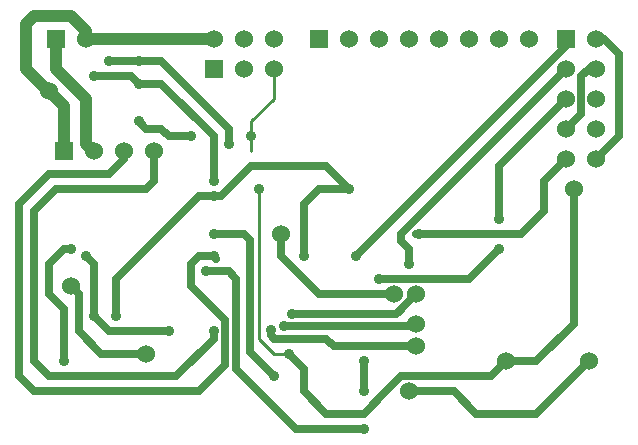
<source format=gbr>
G04 start of page 3 for group 1 idx 1 *
G04 Title: (unknown), solder *
G04 Creator: pcb 20110918 *
G04 CreationDate: Tue 10 Jan 2012 07:33:53 PM GMT UTC *
G04 For: andy *
G04 Format: Gerber/RS-274X *
G04 PCB-Dimensions: 279528 153543 *
G04 PCB-Coordinate-Origin: lower left *
%MOIN*%
%FSLAX25Y25*%
%LNBOTTOM*%
%ADD40C,0.0380*%
%ADD39C,0.0350*%
%ADD38C,0.0200*%
%ADD37C,0.0360*%
%ADD36C,0.0600*%
%ADD35C,0.0001*%
%ADD34C,0.0100*%
%ADD33C,0.0250*%
%ADD32C,0.0400*%
G54D32*X90000Y143543D02*Y133543D01*
X100000Y143543D02*Y146043D01*
X95000Y151043D01*
X82500D02*X80000Y148543D01*
Y133543D01*
X95000Y151043D02*X82500D01*
X90000Y133543D02*X100000Y123543D01*
Y108543D01*
X102500Y106043D01*
X92500Y121043D02*Y106043D01*
X80000Y133543D02*X92500Y121043D01*
G54D33*X102500Y131043D02*X115000D01*
X117500Y128543D01*
X107500Y136043D02*X125000D01*
X117500Y128543D02*X125000D01*
G54D32*X142500Y143543D02*X100000D01*
G54D33*X135000Y111043D02*X127500D01*
X125000Y113543D01*
X120000D01*
X117500Y116043D01*
X112500Y106043D02*Y103543D01*
X125000Y136043D02*X147500Y113543D01*
X125000Y128543D02*X142500Y111043D01*
G54D34*X162500Y133543D02*Y123543D01*
X155000Y116043D01*
Y106043D01*
G54D33*X270000Y133543D02*X267500D01*
X270000Y143543D02*X272500D01*
X277500Y138543D01*
Y111043D01*
X270000Y103543D01*
X267500Y133543D02*X265000Y131043D01*
Y118543D01*
X260000Y113543D01*
Y103543D02*X252500Y96043D01*
Y86043D01*
X260000Y143543D02*Y141043D01*
X190000Y71043D02*X260000Y141043D01*
Y123543D02*X237500Y101043D01*
X260000Y133543D02*X205000Y78543D01*
Y76043D02*X207500Y73543D01*
X252500Y86043D02*X245000Y78543D01*
X210000D01*
X237500Y101043D02*Y83543D01*
X205000Y78543D02*Y76043D01*
X207500Y73543D02*Y68543D01*
X203300Y51843D02*X204750Y53293D01*
X209400Y47943D02*X210000Y48543D01*
X205000Y53543D02*X210000Y58543D01*
X262500Y93543D02*Y48543D01*
X250000Y36043D01*
X240000D01*
X197500Y63543D02*X227500D01*
X237500Y73543D01*
X207500Y26043D02*X222500D01*
X230000Y18543D01*
X200000Y26043D02*X205000Y31043D01*
X235000D01*
X230000Y18543D02*X250000D01*
X267500Y36043D01*
X240000D02*X235000Y31043D01*
X147500Y113543D02*Y108543D01*
X142500Y111043D02*Y96043D01*
X145000Y91043D02*X155000Y101043D01*
X180000D01*
X122500Y96043D02*Y106043D01*
X145000Y91043D02*X137500D01*
X97500Y58543D02*X95000Y61043D01*
Y73543D02*X92500D01*
X87500Y68543D01*
Y58543D01*
X92500Y53543D02*Y36043D01*
X97500Y58543D02*Y46043D01*
X102500Y51043D02*Y68543D01*
X100000Y71043D01*
X97500Y46043D02*X105000Y38543D01*
X102500Y51043D02*X107500Y46043D01*
X105000Y38543D02*X120000D01*
X107500Y46043D02*X127500D01*
X110000Y63543D02*Y51293D01*
X87500Y58543D02*X92500Y53543D01*
X202500Y58543D02*X177500D01*
X168400Y51843D02*X203300D01*
X142500Y78543D02*X152500D01*
X154448Y76595D01*
X140000Y66043D02*X147500D01*
X150000Y63543D01*
X142500Y71043D02*X143248Y70295D01*
X146250Y34793D02*Y49793D01*
X135000Y61043D01*
Y68543D01*
X137500Y71043D01*
X142500D01*
X182500Y41043D02*X210000D01*
X180000Y43543D02*X162500D01*
X161400Y46543D02*Y44743D01*
X162600Y43543D01*
X166000Y47943D02*X209400D01*
X167500Y38543D02*X172500Y33543D01*
G54D34*X157500Y43543D02*X162500Y38543D01*
X167500D02*X162500D01*
G54D33*X154448Y39095D02*X162500Y31043D01*
X150000Y33543D02*X170000Y13543D01*
X172500Y33543D02*Y26043D01*
X180000Y18543D01*
X192500D01*
X200000Y26043D02*X192500Y18543D01*
X170000Y13543D02*X192500D01*
Y26043D02*Y36043D01*
X142500Y46043D02*Y43543D01*
X130000Y31043D01*
X137500Y26043D02*X146250Y34793D01*
X130000Y31043D02*X87500D01*
X82500Y26043D02*X137500D01*
X87500Y31043D02*X82500Y36043D01*
Y86043D01*
X90000Y93543D01*
X120000D01*
X122500Y96043D01*
X112500Y103543D02*X107500Y98543D01*
X87500D01*
X137500Y91043D02*X110000Y63543D01*
X87500Y98543D02*X77500Y88543D01*
Y31043D01*
X82500Y26043D01*
X180000Y101043D02*X187500Y93543D01*
X172500Y88543D02*X177500Y93543D01*
X187500D01*
G54D34*X157500D02*Y43543D01*
G54D33*X177500Y58543D02*X165000Y71043D01*
Y78543D01*
X172500Y71043D02*Y88543D01*
X154448Y76595D02*Y39095D01*
X150000Y63543D02*Y33543D01*
X180000Y43543D02*X182500Y41043D01*
G54D35*G36*
X87000Y146543D02*Y140543D01*
X93000D01*
Y146543D01*
X87000D01*
G37*
G54D36*X100000Y143543D03*
G54D35*G36*
X89500Y109043D02*Y103043D01*
X95500D01*
Y109043D01*
X89500D01*
G37*
G54D36*X102500Y106043D03*
X112500D03*
X122500D03*
G54D35*G36*
X139500Y136543D02*Y130543D01*
X145500D01*
Y136543D01*
X139500D01*
G37*
G54D36*X142500Y143543D03*
X152500Y133543D03*
Y143543D03*
X162500Y133543D03*
Y143543D03*
G54D35*G36*
X174500Y146543D02*Y140543D01*
X180500D01*
Y146543D01*
X174500D01*
G37*
G54D36*X187500Y143543D03*
X197500D03*
X207500D03*
X217500D03*
X227500D03*
X237500D03*
X247500D03*
G54D35*G36*
X257000Y146543D02*Y140543D01*
X263000D01*
Y146543D01*
X257000D01*
G37*
G54D36*X270000Y143543D03*
X260000Y133543D03*
X270000D03*
X260000Y123543D03*
X270000D03*
X260000Y113543D03*
X270000D03*
X260000Y103543D03*
X270000D03*
G54D37*X187500Y93543D03*
X155000Y111043D03*
X157500Y93543D03*
X117500Y136043D03*
Y128543D03*
G54D36*X87500Y126043D03*
G54D37*X102500Y131043D03*
X107500Y136043D03*
G54D36*X165000Y78543D03*
G54D37*X142500D03*
X147500Y108543D03*
X142500Y96043D03*
Y91043D03*
X135000Y111043D03*
X117500Y116043D03*
G54D36*X262500Y93543D03*
X240000Y36043D03*
G54D37*X237500Y73543D03*
Y83543D03*
X172500Y71043D03*
G54D36*X202500Y58543D03*
X210000Y48543D03*
G54D37*X190000Y71043D03*
X207500Y68543D03*
X197500Y63543D03*
X211000Y78543D03*
G54D36*X210000Y58543D03*
X207500Y26043D03*
X267500Y36043D03*
G54D37*X192500D03*
Y26043D03*
Y13543D03*
G54D36*X210000Y41043D03*
X95000Y61043D03*
G54D37*X110000Y51043D03*
X95000Y73543D03*
X102500Y51043D03*
X100000Y71043D03*
X140000Y66043D03*
G54D36*X120000Y38543D03*
G54D37*X92500Y36043D03*
X127500Y46043D03*
X142500Y71043D03*
X167500Y38543D03*
X162500Y31043D03*
X142500Y46043D03*
X161400Y46543D03*
X166000Y47943D03*
X168500Y51843D03*
G54D38*G54D39*G54D38*G54D39*G54D38*G54D39*G54D38*G54D39*G54D38*G54D39*G54D38*G54D39*G54D38*G54D39*G54D38*G54D40*M02*

</source>
